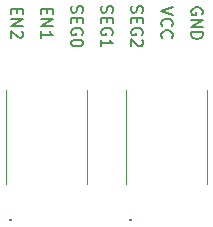
<source format=gbr>
%TF.GenerationSoftware,KiCad,Pcbnew,(6.0.0)*%
%TF.CreationDate,2022-04-20T12:25:39-04:00*%
%TF.ProjectId,7_seg,375f7365-672e-46b6-9963-61645f706362,rev?*%
%TF.SameCoordinates,Original*%
%TF.FileFunction,Legend,Top*%
%TF.FilePolarity,Positive*%
%FSLAX46Y46*%
G04 Gerber Fmt 4.6, Leading zero omitted, Abs format (unit mm)*
G04 Created by KiCad (PCBNEW (6.0.0)) date 2022-04-20 12:25:39*
%MOMM*%
%LPD*%
G01*
G04 APERTURE LIST*
%ADD10C,0.150000*%
%ADD11C,0.100000*%
%ADD12C,0.200000*%
G04 APERTURE END LIST*
D10*
X115641428Y-76763714D02*
X115641428Y-77097047D01*
X115117619Y-77239904D02*
X115117619Y-76763714D01*
X116117619Y-76763714D01*
X116117619Y-77239904D01*
X115117619Y-77668476D02*
X116117619Y-77668476D01*
X115117619Y-78239904D01*
X116117619Y-78239904D01*
X116022380Y-78668476D02*
X116070000Y-78716095D01*
X116117619Y-78811333D01*
X116117619Y-79049428D01*
X116070000Y-79144666D01*
X116022380Y-79192285D01*
X115927142Y-79239904D01*
X115831904Y-79239904D01*
X115689047Y-79192285D01*
X115117619Y-78620857D01*
X115117619Y-79239904D01*
X118181428Y-76763714D02*
X118181428Y-77097047D01*
X117657619Y-77239904D02*
X117657619Y-76763714D01*
X118657619Y-76763714D01*
X118657619Y-77239904D01*
X117657619Y-77668476D02*
X118657619Y-77668476D01*
X117657619Y-78239904D01*
X118657619Y-78239904D01*
X117657619Y-79239904D02*
X117657619Y-78668476D01*
X117657619Y-78954190D02*
X118657619Y-78954190D01*
X118514761Y-78858952D01*
X118419523Y-78763714D01*
X118371904Y-78668476D01*
X120245238Y-76517714D02*
X120197619Y-76660571D01*
X120197619Y-76898666D01*
X120245238Y-76993904D01*
X120292857Y-77041523D01*
X120388095Y-77089142D01*
X120483333Y-77089142D01*
X120578571Y-77041523D01*
X120626190Y-76993904D01*
X120673809Y-76898666D01*
X120721428Y-76708190D01*
X120769047Y-76612952D01*
X120816666Y-76565333D01*
X120911904Y-76517714D01*
X121007142Y-76517714D01*
X121102380Y-76565333D01*
X121150000Y-76612952D01*
X121197619Y-76708190D01*
X121197619Y-76946285D01*
X121150000Y-77089142D01*
X120721428Y-77517714D02*
X120721428Y-77851047D01*
X120197619Y-77993904D02*
X120197619Y-77517714D01*
X121197619Y-77517714D01*
X121197619Y-77993904D01*
X121150000Y-78946285D02*
X121197619Y-78851047D01*
X121197619Y-78708190D01*
X121150000Y-78565333D01*
X121054761Y-78470095D01*
X120959523Y-78422476D01*
X120769047Y-78374857D01*
X120626190Y-78374857D01*
X120435714Y-78422476D01*
X120340476Y-78470095D01*
X120245238Y-78565333D01*
X120197619Y-78708190D01*
X120197619Y-78803428D01*
X120245238Y-78946285D01*
X120292857Y-78993904D01*
X120626190Y-78993904D01*
X120626190Y-78803428D01*
X121197619Y-79612952D02*
X121197619Y-79708190D01*
X121150000Y-79803428D01*
X121102380Y-79851047D01*
X121007142Y-79898666D01*
X120816666Y-79946285D01*
X120578571Y-79946285D01*
X120388095Y-79898666D01*
X120292857Y-79851047D01*
X120245238Y-79803428D01*
X120197619Y-79708190D01*
X120197619Y-79612952D01*
X120245238Y-79517714D01*
X120292857Y-79470095D01*
X120388095Y-79422476D01*
X120578571Y-79374857D01*
X120816666Y-79374857D01*
X121007142Y-79422476D01*
X121102380Y-79470095D01*
X121150000Y-79517714D01*
X121197619Y-79612952D01*
X122785238Y-76517714D02*
X122737619Y-76660571D01*
X122737619Y-76898666D01*
X122785238Y-76993904D01*
X122832857Y-77041523D01*
X122928095Y-77089142D01*
X123023333Y-77089142D01*
X123118571Y-77041523D01*
X123166190Y-76993904D01*
X123213809Y-76898666D01*
X123261428Y-76708190D01*
X123309047Y-76612952D01*
X123356666Y-76565333D01*
X123451904Y-76517714D01*
X123547142Y-76517714D01*
X123642380Y-76565333D01*
X123690000Y-76612952D01*
X123737619Y-76708190D01*
X123737619Y-76946285D01*
X123690000Y-77089142D01*
X123261428Y-77517714D02*
X123261428Y-77851047D01*
X122737619Y-77993904D02*
X122737619Y-77517714D01*
X123737619Y-77517714D01*
X123737619Y-77993904D01*
X123690000Y-78946285D02*
X123737619Y-78851047D01*
X123737619Y-78708190D01*
X123690000Y-78565333D01*
X123594761Y-78470095D01*
X123499523Y-78422476D01*
X123309047Y-78374857D01*
X123166190Y-78374857D01*
X122975714Y-78422476D01*
X122880476Y-78470095D01*
X122785238Y-78565333D01*
X122737619Y-78708190D01*
X122737619Y-78803428D01*
X122785238Y-78946285D01*
X122832857Y-78993904D01*
X123166190Y-78993904D01*
X123166190Y-78803428D01*
X122737619Y-79946285D02*
X122737619Y-79374857D01*
X122737619Y-79660571D02*
X123737619Y-79660571D01*
X123594761Y-79565333D01*
X123499523Y-79470095D01*
X123451904Y-79374857D01*
X125325238Y-76517714D02*
X125277619Y-76660571D01*
X125277619Y-76898666D01*
X125325238Y-76993904D01*
X125372857Y-77041523D01*
X125468095Y-77089142D01*
X125563333Y-77089142D01*
X125658571Y-77041523D01*
X125706190Y-76993904D01*
X125753809Y-76898666D01*
X125801428Y-76708190D01*
X125849047Y-76612952D01*
X125896666Y-76565333D01*
X125991904Y-76517714D01*
X126087142Y-76517714D01*
X126182380Y-76565333D01*
X126230000Y-76612952D01*
X126277619Y-76708190D01*
X126277619Y-76946285D01*
X126230000Y-77089142D01*
X125801428Y-77517714D02*
X125801428Y-77851047D01*
X125277619Y-77993904D02*
X125277619Y-77517714D01*
X126277619Y-77517714D01*
X126277619Y-77993904D01*
X126230000Y-78946285D02*
X126277619Y-78851047D01*
X126277619Y-78708190D01*
X126230000Y-78565333D01*
X126134761Y-78470095D01*
X126039523Y-78422476D01*
X125849047Y-78374857D01*
X125706190Y-78374857D01*
X125515714Y-78422476D01*
X125420476Y-78470095D01*
X125325238Y-78565333D01*
X125277619Y-78708190D01*
X125277619Y-78803428D01*
X125325238Y-78946285D01*
X125372857Y-78993904D01*
X125706190Y-78993904D01*
X125706190Y-78803428D01*
X126182380Y-79374857D02*
X126230000Y-79422476D01*
X126277619Y-79517714D01*
X126277619Y-79755809D01*
X126230000Y-79851047D01*
X126182380Y-79898666D01*
X126087142Y-79946285D01*
X125991904Y-79946285D01*
X125849047Y-79898666D01*
X125277619Y-79327238D01*
X125277619Y-79946285D01*
X128817619Y-76644666D02*
X127817619Y-76978000D01*
X128817619Y-77311333D01*
X127912857Y-78216095D02*
X127865238Y-78168476D01*
X127817619Y-78025619D01*
X127817619Y-77930380D01*
X127865238Y-77787523D01*
X127960476Y-77692285D01*
X128055714Y-77644666D01*
X128246190Y-77597047D01*
X128389047Y-77597047D01*
X128579523Y-77644666D01*
X128674761Y-77692285D01*
X128770000Y-77787523D01*
X128817619Y-77930380D01*
X128817619Y-78025619D01*
X128770000Y-78168476D01*
X128722380Y-78216095D01*
X127912857Y-79216095D02*
X127865238Y-79168476D01*
X127817619Y-79025619D01*
X127817619Y-78930380D01*
X127865238Y-78787523D01*
X127960476Y-78692285D01*
X128055714Y-78644666D01*
X128246190Y-78597047D01*
X128389047Y-78597047D01*
X128579523Y-78644666D01*
X128674761Y-78692285D01*
X128770000Y-78787523D01*
X128817619Y-78930380D01*
X128817619Y-79025619D01*
X128770000Y-79168476D01*
X128722380Y-79216095D01*
X131310000Y-77216095D02*
X131357619Y-77120857D01*
X131357619Y-76978000D01*
X131310000Y-76835142D01*
X131214761Y-76739904D01*
X131119523Y-76692285D01*
X130929047Y-76644666D01*
X130786190Y-76644666D01*
X130595714Y-76692285D01*
X130500476Y-76739904D01*
X130405238Y-76835142D01*
X130357619Y-76978000D01*
X130357619Y-77073238D01*
X130405238Y-77216095D01*
X130452857Y-77263714D01*
X130786190Y-77263714D01*
X130786190Y-77073238D01*
X130357619Y-77692285D02*
X131357619Y-77692285D01*
X130357619Y-78263714D01*
X131357619Y-78263714D01*
X130357619Y-78739904D02*
X131357619Y-78739904D01*
X131357619Y-78978000D01*
X131310000Y-79120857D01*
X131214761Y-79216095D01*
X131119523Y-79263714D01*
X130929047Y-79311333D01*
X130786190Y-79311333D01*
X130595714Y-79263714D01*
X130500476Y-79216095D01*
X130405238Y-79120857D01*
X130357619Y-78978000D01*
X130357619Y-78739904D01*
D11*
%TO.C,DS2*%
X124820000Y-83630000D02*
X124820000Y-91630000D01*
X131720000Y-83630000D02*
X131720000Y-91630000D01*
D12*
X125270000Y-94630000D02*
X125270000Y-94630000D01*
X125170000Y-94630000D02*
X125170000Y-94630000D01*
X125270000Y-94630000D02*
G75*
G03*
X125170000Y-94630000I-50000J0D01*
G01*
X125170000Y-94630000D02*
G75*
G03*
X125270000Y-94630000I50000J0D01*
G01*
%TO.C,DS1*%
X115010000Y-94630000D02*
G75*
G03*
X115110000Y-94630000I50000J0D01*
G01*
X115110000Y-94630000D02*
G75*
G03*
X115010000Y-94630000I-50000J0D01*
G01*
X115010000Y-94630000D02*
X115010000Y-94630000D01*
X115110000Y-94630000D02*
X115110000Y-94630000D01*
D11*
X121560000Y-83630000D02*
X121560000Y-91630000D01*
X114660000Y-83630000D02*
X114660000Y-91630000D01*
%TD*%
M02*

</source>
